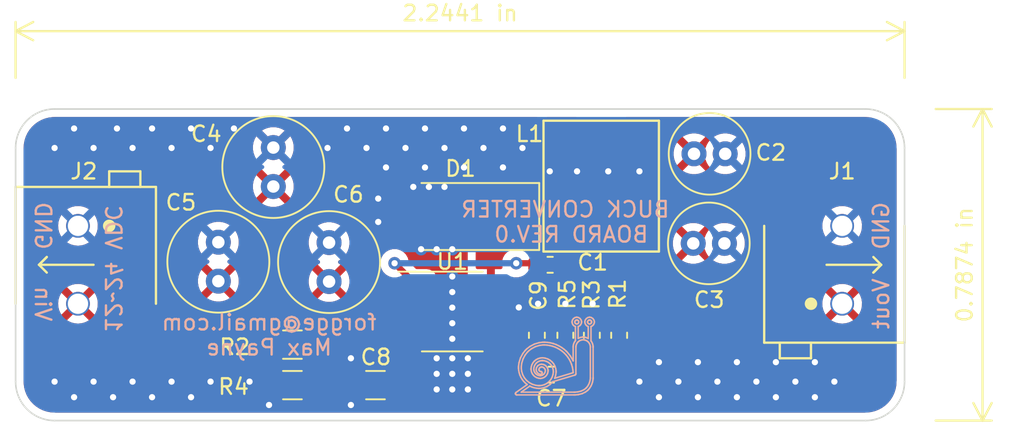
<source format=kicad_pcb>
(kicad_pcb (version 20190605) (host pcbnew "(5.1.0-1220-ga833aeeac)")
  (layers (0 "F.Cu" signal) (31 "B.Cu" signal) (34 "B.Paste" user) (35 "F.Paste" user) (36 "B.SilkS" user) (37 "F.SilkS" user) (38 "B.Mask" user) (39 "F.Mask" user) (44 "Edge.Cuts" user))
  (net 0 "")
  (net 1 "Net-(C1-Pad2)")
  (net 2 "GND")
  (net 3 "Net-(C7-Pad2)")
  (net 4 "Net-(C7-Pad1)")
  (net 5 "Net-(C8-Pad1)")
  (net 6 "Net-(R1-Pad2)")
  (net 7 "Net-(R2-Pad2)")
  (net 8 "/VIN")
  (net 9 "/PH")
  (net 10 "/VOUT")
  (module "Package_SO:SOIC-8_3.9x4.9mm_P1.27mm" (layer "F.Cu") (at 168 123)
    (fp_text reference "U1" (at 0 -3.2) (layer "F.SilkS"))
    (fp_text value "TPS54331")
    (pad "8" smd roundrect (at 2.475 -1.905) (size 1.95 0.6) (layers "F.Cu" "F.Paste" "F.Mask") (net 9 "/PH"))
    (pad "7" smd roundrect (at 2.475 -0.635) (size 1.95 0.6) (layers "F.Cu" "F.Paste" "F.Mask") (net 2 "GND"))
    (pad "6" smd roundrect (at 2.475 0.635) (size 1.95 0.6) (layers "F.Cu" "F.Paste" "F.Mask") (net 4 "Net-(C7-Pad1)"))
    (pad "5" smd roundrect (at 2.475 1.905) (size 1.95 0.6) (layers "F.Cu" "F.Paste" "F.Mask") (net 6 "Net-(R1-Pad2)"))
    (pad "4" smd roundrect (at -2.475 1.905) (size 1.95 0.6) (layers "F.Cu" "F.Paste" "F.Mask") (net 5 "Net-(C8-Pad1)"))
    (pad "3" smd roundrect (at -2.475 0.635) (size 1.95 0.6) (layers "F.Cu" "F.Paste" "F.Mask") (net 7 "Net-(R2-Pad2)"))
    (pad "2" smd roundrect (at -2.475 -0.635) (size 1.95 0.6) (layers "F.Cu" "F.Paste" "F.Mask") (net 8 "/VIN"))
    (pad "1" smd roundrect (at -2.475 -1.905) (size 1.95 0.6) (layers "F.Cu" "F.Paste" "F.Mask") (net 1 "Net-(C1-Pad2)"))
  )
  (module "Resistor_SMD:R_0603_1608Metric_Pad1.05x0.95mm_HandSolder" (layer "F.Cu") (at 175.25 124.525 90)
    (fp_text reference "R5" (at 2.625 0.125 90) (layer "F.SilkS"))
    (fp_text value "13K3")
    (pad "2" smd roundrect (at 0.875 0 90) (size 1.05 0.95) (layers "F.Cu" "F.Paste" "F.Mask") (net 2 "GND"))
    (pad "1" smd roundrect (at -0.875 0 90) (size 1.05 0.95) (layers "F.Cu" "F.Paste" "F.Mask") (net 3 "Net-(C7-Pad2)"))
  )
  (module "Resistor_SMD:R_1206_3216Metric_Pad1.42x1.75mm_HandSolder" (layer "F.Cu") (at 157.75 127.725 180)
    (fp_text reference "R4" (at 3.775 -0.1) (layer "F.SilkS"))
    (fp_text value "47K")
    (pad "2" smd roundrect (at 1.4875 0 180) (size 1.425 1.75) (layers "F.Cu" "F.Paste" "F.Mask") (roundrect_rratio 0.175439) (net 2 "GND"))
    (pad "1" smd roundrect (at -1.4875 0 180) (size 1.425 1.75) (layers "F.Cu" "F.Paste" "F.Mask") (roundrect_rratio 0.175439) (net 7 "Net-(R2-Pad2)"))
  )
  (module "Resistor_SMD:R_0603_1608Metric_Pad1.05x0.95mm_HandSolder" (layer "F.Cu") (at 176.95 124.525 90)
    (fp_text reference "R3" (at 2.6 -0.025 90) (layer "F.SilkS"))
    (fp_text value "2K2")
    (pad "2" smd roundrect (at 0.875 0 90) (size 1.05 0.95) (layers "F.Cu" "F.Paste" "F.Mask") (net 2 "GND"))
    (pad "1" smd roundrect (at -0.875 0 90) (size 1.05 0.95) (layers "F.Cu" "F.Paste" "F.Mask") (net 6 "Net-(R1-Pad2)"))
  )
  (module "Resistor_SMD:R_1206_3216Metric_Pad1.42x1.75mm_HandSolder" (layer "F.Cu") (at 157.75 125.125)
    (fp_text reference "R2" (at -3.7 0.15) (layer "F.SilkS"))
    (fp_text value "220K")
    (pad "2" smd roundrect (at 1.4875 0) (size 1.425 1.75) (layers "F.Cu" "F.Paste" "F.Mask") (roundrect_rratio 0.175439) (net 7 "Net-(R2-Pad2)"))
    (pad "1" smd roundrect (at -1.4875 0) (size 1.425 1.75) (layers "F.Cu" "F.Paste" "F.Mask") (roundrect_rratio 0.175439) (net 8 "/VIN"))
  )
  (module "Resistor_SMD:R_0603_1608Metric_Pad1.05x0.95mm_HandSolder" (layer "F.Cu") (at 178.7 124.525 270)
    (fp_text reference "R1" (at -2.65 0.1 90) (layer "F.SilkS"))
    (fp_text value "10K")
    (pad "2" smd roundrect (at 0.875 0 270) (size 1.05 0.95) (layers "F.Cu" "F.Paste" "F.Mask") (net 6 "Net-(R1-Pad2)"))
    (pad "1" smd roundrect (at -0.875 0 270) (size 1.05 0.95) (layers "F.Cu" "F.Paste" "F.Mask") (net 10 "/VOUT"))
  )
  (module "Project:CDRH74" (layer "F.Cu") (at 177.55 114.95 180)
    (fp_text reference "L1" (at 4.6 3.35) (layer "F.SilkS"))
    (fp_text value "22u")
    (pad "1" smd rect (at 0 -3.2 180) (size 2.2 1.6) (layers "F.Cu" "F.Paste" "F.Mask") (net 9 "/PH"))
    (pad "2" smd rect (at 0 3.2 180) (size 2.2 1.6) (layers "F.Cu" "F.Paste" "F.Mask") (net 10 "/VOUT"))
  )
  (module "Project:DG300-5.0-02P-12" (layer "F.Cu") (at 144 120 270)
    (fp_text reference "J2" (at -6 -0.375 180) (layer "F.SilkS"))
    (fp_text value "VDC_IN")
    (pad "2" thru_hole circle (at 2.5 0 270) (size 1.524 1.524) (drill 1.3) (layers *.Cu *.Mask) (net 8 "/VIN"))
    (pad "1" thru_hole circle (at -2.5 0 270) (size 1.524 1.524) (drill 1.3) (layers *.Cu *.Mask) (net 2 "GND"))
  )
  (module "Project:DG300-5.0-02P-12" (layer "F.Cu") (at 193 120 90)
    (fp_text reference "J1" (at 6 0 180) (layer "F.SilkS"))
    (fp_text value "VDC_OUT")
    (pad "2" thru_hole circle (at 2.5 0 90) (size 1.524 1.524) (drill 1.3) (layers *.Cu *.Mask) (net 2 "GND"))
    (pad "1" thru_hole circle (at -2.5 0 90) (size 1.524 1.524) (drill 1.3) (layers *.Cu *.Mask) (net 10 "/VOUT"))
  )
  (module "Diode_SMD:D_SMA-SMB_Universal_Handsoldering" (layer "F.Cu") (at 168.725 116.9 180)
    (fp_text reference "D1" (at 0.2 3.075) (layer "F.SilkS"))
    (fp_text value "700mV ")
    (pad "2" smd trapezoid (at 2.9 0) (size 3.6 1.7) (rect_delta 0.6 0) (layers "F.Cu" "F.Paste" "F.Mask") (net 2 "GND"))
    (pad "1" smd trapezoid (at -2.9 0 180) (size 3.6 1.7) (rect_delta 0.6 0) (layers "F.Cu" "F.Paste" "F.Mask") (net 9 "/PH"))
  )
  (module "Capacitor_SMD:C_0603_1608Metric_Pad1.05x0.95mm_HandSolder" (layer "F.Cu") (at 173.425 124.525 90)
    (fp_text reference "C9" (at 2.55 0.1 90) (layer "F.SilkS"))
    (fp_text value "10p")
    (pad "2" smd roundrect (at 0.875 0 90) (size 1.05 0.95) (layers "F.Cu" "F.Paste" "F.Mask") (net 2 "GND"))
    (pad "1" smd roundrect (at -0.875 0 90) (size 1.05 0.95) (layers "F.Cu" "F.Paste" "F.Mask") (net 4 "Net-(C7-Pad1)"))
  )
  (module "Capacitor_SMD:C_1206_3216Metric_Pad1.42x1.75mm_HandSolder" (layer "F.Cu") (at 163.075 127.725 180)
    (fp_text reference "C8" (at -0.025 1.8) (layer "F.SilkS"))
    (fp_text value "10n")
    (pad "2" smd roundrect (at 1.4875 0 180) (size 1.425 1.75) (layers "F.Cu" "F.Paste" "F.Mask") (roundrect_rratio 0.175439) (net 2 "GND"))
    (pad "1" smd roundrect (at -1.4875 0 180) (size 1.425 1.75) (layers "F.Cu" "F.Paste" "F.Mask") (roundrect_rratio 0.175439) (net 5 "Net-(C8-Pad1)"))
  )
  (module "Capacitor_SMD:C_0603_1608Metric_Pad1.05x0.95mm_HandSolder" (layer "F.Cu") (at 174.35 127.05)
    (fp_text reference "C7" (at 0 1.525) (layer "F.SilkS"))
    (fp_text value "2n2")
    (pad "2" smd roundrect (at 0.875 0) (size 1.05 0.95) (layers "F.Cu" "F.Paste" "F.Mask") (net 3 "Net-(C7-Pad2)"))
    (pad "1" smd roundrect (at -0.875 0) (size 1.05 0.95) (layers "F.Cu" "F.Paste" "F.Mask") (net 4 "Net-(C7-Pad1)"))
  )
  (module "Capacitor_THT:C_Radial_D6.3mm_H11.0mm_P2.50mm" (layer "F.Cu") (at 160.1 121.075 90)
    (fp_text reference "C6" (at 5.585 1.24 180) (layer "F.SilkS"))
    (fp_text value "10n")
    (pad "2" thru_hole circle (at 2.5 0 90) (size 1.6 1.6) (drill 0.8) (layers *.Cu *.Mask) (net 2 "GND"))
    (pad "1" thru_hole circle (at 0 0 90) (size 1.6 1.6) (drill 0.8) (layers *.Cu *.Mask) (net 8 "/VIN"))
  )
  (module "Capacitor_THT:C_Radial_D6.3mm_H11.0mm_P2.50mm" (layer "F.Cu") (at 153 121.05 90)
    (fp_text reference "C5" (at 5.05 -2.4 180) (layer "F.SilkS"))
    (fp_text value "10u")
    (pad "2" thru_hole circle (at 2.5 0 90) (size 1.6 1.6) (drill 0.8) (layers *.Cu *.Mask) (net 2 "GND"))
    (pad "1" thru_hole circle (at 0 0 90) (size 1.6 1.6) (drill 0.8) (layers *.Cu *.Mask) (net 8 "/VIN"))
  )
  (module "Capacitor_THT:C_Radial_D6.3mm_H11.0mm_P2.50mm" (layer "F.Cu") (at 156.525 114.975 90)
    (fp_text reference "C4" (at 3.375 -4.3 180) (layer "F.SilkS"))
    (fp_text value "10u")
    (pad "2" thru_hole circle (at 2.5 0 90) (size 1.6 1.6) (drill 0.8) (layers *.Cu *.Mask) (net 2 "GND"))
    (pad "1" thru_hole circle (at 0 0 90) (size 1.6 1.6) (drill 0.8) (layers *.Cu *.Mask) (net 8 "/VIN"))
  )
  (module "Capacitor_THT:C_Radial_D5.0mm_H11.0mm_P2.00mm" (layer "F.Cu") (at 183.45 118.625)
    (fp_text reference "C3" (at 1.025 3.625) (layer "F.SilkS"))
    (fp_text value "47u")
    (pad "2" thru_hole circle (at 2 0) (size 1.6 1.6) (drill 0.8) (layers *.Cu *.Mask) (net 2 "GND"))
    (pad "1" thru_hole circle (at 0 0) (size 1.6 1.6) (drill 0.8) (layers *.Cu *.Mask) (net 10 "/VOUT"))
  )
  (module "Capacitor_THT:C_Radial_D5.0mm_H11.0mm_P2.00mm" (layer "F.Cu") (at 183.5 112.875)
    (fp_text reference "C2" (at 4.925 -0.075) (layer "F.SilkS"))
    (fp_text value "47u")
    (pad "2" thru_hole circle (at 2 0) (size 1.6 1.6) (drill 0.8) (layers *.Cu *.Mask) (net 2 "GND"))
    (pad "1" thru_hole circle (at 0 0) (size 1.6 1.6) (drill 0.8) (layers *.Cu *.Mask) (net 10 "/VOUT"))
  )
  (module "Capacitor_SMD:C_0603_1608Metric_Pad1.05x0.95mm_HandSolder" (layer "F.Cu") (at 174.275 120 180)
    (fp_text reference "C1" (at -2.725 0.15) (layer "F.SilkS"))
    (fp_text value "100n")
    (pad "2" smd roundrect (at 0.875 0 180) (size 1.05 0.95) (layers "F.Cu" "F.Paste" "F.Mask") (net 1 "Net-(C1-Pad2)"))
    (pad "1" smd roundrect (at -0.875 0 180) (size 1.05 0.95) (layers "F.Cu" "F.Paste" "F.Mask") (net 9 "/PH"))
  )
  (gr_line (start 174.65539 126.80962) (end 174.63743 126.6765) (layer "B.SilkS") (width 0.1))
  (gr_line (start 173.6168 127.29151) (end 173.64682 127.29151) (layer "B.SilkS") (width 0.1))
  (gr_line (start 176.00614 125.01981) (end 176.06267 124.95135) (layer "B.SilkS") (width 0.1))
  (gr_line (start 175.96343 125.09837) (end 176.00614 125.01981) (layer "B.SilkS") (width 0.1))
  (gr_line (start 176.80535 123.79807) (end 176.79292 123.79807) (layer "B.SilkS") (width 0.1))
  (gr_line (start 177.02865 127.28684) (end 177.02925 127.26639) (layer "B.SilkS") (width 0.1))
  (gr_line (start 173.050675 126.65978) (end 173.050675 126.69537) (layer "B.SilkS") (width 0.1))
  (gr_line (start 175.0498 125.55117) (end 175.18126 125.66603) (layer "B.SilkS") (width 0.1))
  (gr_line (start 175.97201 123.79807) (end 175.93485 123.78804) (layer "B.SilkS") (width 0.1))
  (gr_line (start 173.22542 127.1167) (end 173.3137 127.18951) (layer "B.SilkS") (width 0.1))
  (gr_line (start 176.79292 123.54308) (end 176.80535 123.54308) (layer "B.SilkS") (width 0.1))
  (gr_line (start 174.14144 126.77604) (end 174.13297 126.71365) (layer "B.SilkS") (width 0.1))
  (gr_line (start 175.89589 124.87208) (end 175.87886 124.89275) (layer "B.SilkS") (width 0.1))
  (gr_line (start 173.06277 126.81533) (end 173.097549 126.92719) (layer "B.SilkS") (width 0.1))
  (gr_line (start 173.56462 126.19071) (end 173.66635 126.15989) (layer "B.SilkS") (width 0.1))
  (gr_line (start 173.47092 126.24078) (end 173.56462 126.19071) (layer "B.SilkS") (width 0.1))
  (gr_line (start 175.75998 125.16532) (end 175.75 125.25) (layer "B.SilkS") (width 0.1))
  (gr_line (start 175.98443 123.79807) (end 175.97201 123.79807) (layer "B.SilkS") (width 0.1))
  (gr_line (start 176.85487 123.55307) (end 176.89546 123.58046) (layer "B.SilkS") (width 0.1))
  (gr_line (start 176.95073 124.97185) (end 176.90972 124.90582) (layer "B.SilkS") (width 0.1))
  (gr_line (start 172.247614 126.60612) (end 172.247614 126.64719) (layer "B.SilkS") (width 0.1))
  (gr_line (start 172.424697 126.60612) (end 172.424697 126.53429) (layer "B.SilkS") (width 0.1))
  (gr_line (start 175.70378 123.55208) (end 175.67985 123.64096) (layer "B.SilkS") (width 0.1))
  (gr_line (start 176.89389 123.96197) (end 176.91655 123.95503) (layer "B.SilkS") (width 0.1))
  (gr_line (start 172.452693 126.31896) (end 172.535104 126.04687) (layer "B.SilkS") (width 0.1))
  (gr_line (start 175.80848 128.352654) (end 175.87717 128.352654) (layer "B.SilkS") (width 0.1))
  (gr_line (start 172.247614 126.52561) (end 172.247614 126.60612) (layer "B.SilkS") (width 0.1))
  (gr_line (start 176.77572 123.366) (end 176.6869 123.38993) (layer "B.SilkS") (width 0.1))
  (gr_line (start 173.73812 125.97233) (end 173.63151 125.98617) (layer "B.SilkS") (width 0.1))
  (gr_line (start 172.977161 125.24274) (end 172.784182 125.39128) (layer "B.SilkS") (width 0.1))
  (gr_line (start 175.58441 126.23232) (end 175.65012 126.396281) (layer "B.SilkS") (width 0.1))
  (gr_line (start 176.32672 128.270623) (end 176.53765 128.168517) (layer "B.SilkS") (width 0.1))
  (gr_line (start 176.58822 127.902893) (end 176.55464 127.936584) (layer "B.SilkS") (width 0.1))
  (gr_line (start 172.424697 126.60612) (end 172.424697 126.60612) (layer "B.SilkS") (width 0.1))
  (gr_line (start 177.02925 127.26639) (end 177.02919 127.26211) (layer "B.SilkS") (width 0.1))
  (gr_line (start 173.99637 127.14644) (end 174.0568 127.07319) (layer "B.SilkS") (width 0.1))
  (gr_line (start 176.95297 127.649258) (end 176.99035 127.531365) (layer "B.SilkS") (width 0.1))
  (gr_line (start 175.86692 123.62099) (end 175.89432 123.58046) (layer "B.SilkS") (width 0.1))
  (gr_line (start 174.56625 127.28359) (end 174.58057 127.25066) (layer "B.SilkS") (width 0.1))
  (gr_line (start 173.74686 126.14942) (end 173.77371 126.14942) (layer "B.SilkS") (width 0.1))
  (gr_line (start 173.66635 126.15989) (end 173.74686 126.14942) (layer "B.SilkS") (width 0.1))
  (gr_line (start 172.424697 126.53429) (end 172.452693 126.31896) (layer "B.SilkS") (width 0.1))
  (gr_line (start 176.99328 125.06707) (end 176.95073 124.97185) (layer "B.SilkS") (width 0.1))
  (gr_line (start 175.98443 123.366) (end 175.9548 123.366) (layer "B.SilkS") (width 0.1))
  (gr_line (start 174.65539 126.90962) (end 174.65539 126.85401) (layer "B.SilkS") (width 0.1))
  (gr_line (start 173.097549 126.92719) (end 173.15262 127.02844) (layer "B.SilkS") (width 0.1))
  (gr_line (start 173.7488 126.383471) (end 173.72803 126.383471) (layer "B.SilkS") (width 0.1))
  (gr_line (start 176.93283 123.68294) (end 176.9228 123.72011) (layer "B.SilkS") (width 0.1))
  (gr_line (start 174.14144 126.82174) (end 174.14144 126.79687) (layer "B.SilkS") (width 0.1))
  (gr_line (start 173.46517 126.50196) (end 173.40593 126.59847) (layer "B.SilkS") (width 0.1))
  (gr_line (start 173.48166 126.48553) (end 173.46517 126.50196) (layer "B.SilkS") (width 0.1))
  (gr_line (start 176.223149 124.66071) (end 176.0963 124.70949) (layer "B.SilkS") (width 0.1))
  (gr_line (start 174.28429 125.00739) (end 174.08669 124.9783) (layer "B.SilkS") (width 0.1))
  (gr_line (start 175.83464 124.96046) (end 175.78873 125.05882) (layer "B.SilkS") (width 0.1))
  (gr_line (start 175.89432 123.76069) (end 175.86692 123.72011) (layer "B.SilkS") (width 0.1))
  (gr_line (start 174.0625 127.817715) (end 174.26665 127.683166) (layer "B.SilkS") (width 0.1))
  (gr_line (start 173.82971 127.903706) (end 174.0625 127.817715) (layer "B.SilkS") (width 0.1))
  (gr_line (start 176.6779 123.67058) (end 176.6779 123.65815) (layer "B.SilkS") (width 0.1))
  (gr_line (start 176.48269 124.82515) (end 176.56944 124.85211) (layer "B.SilkS") (width 0.1))
  (gr_line (start 176.41287 124.81576) (end 176.48269 124.82515) (layer "B.SilkS") (width 0.1))
  (gr_line (start 175.93485 123.78804) (end 175.89432 123.76069) (layer "B.SilkS") (width 0.1))
  (gr_line (start 172.057401 128.235901) (end 172.05279 128.263027) (layer "B.SilkS") (width 0.1))
  (gr_line (start 174.42785 125.22537) (end 174.59597 125.28505) (layer "B.SilkS") (width 0.1))
  (gr_line (start 176.11193 123.65815) (end 176.11193 123.67058) (layer "B.SilkS") (width 0.1))
  (gr_line (start 172.480308 127.35629) (end 172.575468 127.478848) (layer "B.SilkS") (width 0.1))
  (gr_line (start 175.9548 123.366) (end 175.86594 123.38993) (layer "B.SilkS") (width 0.1))
  (gr_line (start 176.43268 124.63868) (end 176.3896 124.63868) (layer "B.SilkS") (width 0.1))
  (gr_line (start 175.87717 128.352654) (end 176.083389 128.332092) (layer "B.SilkS") (width 0.1))
  (gr_line (start 173.49811 126.46903) (end 173.48166 126.48553) (layer "B.SilkS") (width 0.1))
  (gr_line (start 172.7621 127.41944) (end 172.621475 127.24908) (layer "B.SilkS") (width 0.1))
  (gr_line (start 172.932455 127.560065) (end 172.7621 127.41944) (layer "B.SilkS") (width 0.1))
  (gr_line (start 173.37278 126.09337) (end 173.2876 126.15897) (layer "B.SilkS") (width 0.1))
  (gr_line (start 173.68462 126.85129) (end 173.67605 126.85129) (layer "B.SilkS") (width 0.1))
  (gr_line (start 173.7105 126.85824) (end 173.68462 126.85129) (layer "B.SilkS") (width 0.1))
  (gr_line (start 176.9803 123.91965) (end 177.04872 123.85347) (layer "B.SilkS") (width 0.1))
  (gr_line (start 176.3896 124.63868) (end 176.34798 124.63868) (layer "B.SilkS") (width 0.1))
  (gr_line (start 176.63037 123.91965) (end 176.69407 123.95503) (layer "B.SilkS") (width 0.1))
  (gr_line (start 176.07297 124.72287) (end 176.07297 123.96197) (layer "B.SilkS") (width 0.1))
  (gr_line (start 176.83491 123.366) (end 176.80535 123.366) (layer "B.SilkS") (width 0.1))
  (gr_line (start 174.63228 127.07661) (end 174.65539 126.90962) (layer "B.SilkS") (width 0.1))
  (gr_line (start 176.6779 123.65815) (end 176.68789 123.62099) (layer "B.SilkS") (width 0.1))
  (gr_line (start 173.72803 126.383471) (end 173.69466 126.383471) (layer "B.SilkS") (width 0.1))
  (gr_line (start 175.89432 123.58046) (end 175.93485 123.55307) (layer "B.SilkS") (width 0.1))
  (gr_line (start 176.27279 123.76861) (end 176.28901 123.69504) (layer "B.SilkS") (width 0.1))
  (gr_line (start 172.669218 125.79624) (end 172.801705 125.62414) (layer "B.SilkS") (width 0.1))
  (gr_line (start 175.86594 123.38993) (end 175.76915 123.4553) (layer "B.SilkS") (width 0.1))
  (gr_line (start 173.61497 126.60265) (end 173.66239 126.57351) (layer "B.SilkS") (width 0.1))
  (gr_line (start 173.60689 126.61074) (end 173.61497 126.60265) (layer "B.SilkS") (width 0.1))
  (gr_line (start 174.13135 126.89643) (end 174.14144 126.82174) (layer "B.SilkS") (width 0.1))
  (gr_line (start 176.0473 128.158317) (end 175.86817 128.175516) (layer "B.SilkS") (width 0.1))
  (gr_line (start 176.25733 128.107048) (end 176.0473 128.158317) (layer "B.SilkS") (width 0.1))
  (gr_line (start 174.39682 126.23086) (end 174.26628 126.12311) (layer "B.SilkS") (width 0.1))
  (gr_line (start 173.36865 126.32824) (end 173.38764 126.309301) (layer "B.SilkS") (width 0.1))
  (gr_line (start 173.31912 126.39258) (end 173.36865 126.32824) (layer "B.SilkS") (width 0.1))
  (gr_line (start 175.98443 123.54308) (end 175.9968 123.54308) (layer "B.SilkS") (width 0.1))
  (gr_line (start 172.804743 127.686855) (end 172.090224 128.191793) (layer "B.SilkS") (width 0.1))
  (gr_line (start 175.18126 125.66603) (end 175.30133 125.79237) (layer "B.SilkS") (width 0.1))
  (gr_line (start 172.05279 128.263027) (end 172.054851 128.284295) (layer "B.SilkS") (width 0.1))
  (gr_line (start 173.40658 126.29032) (end 173.47092 126.24078) (layer "B.SilkS") (width 0.1))
  (gr_line (start 173.38764 126.309301) (end 173.40658 126.29032) (layer "B.SilkS") (width 0.1))
  (gr_line (start 174.11654 126.04172) (end 173.95118 125.99024) (layer "B.SilkS") (width 0.1))
  (gr_line (start 173.74637 127.28142) (end 173.83914 127.25256) (layer "B.SilkS") (width 0.1))
  (gr_line (start 172.95649 127.796447) (end 172.957521 127.795688) (layer "B.SilkS") (width 0.1))
  (gr_line (start 172.420032 128.175516) (end 172.95649 127.796447) (layer "B.SilkS") (width 0.1))
  (gr_line (start 175.97201 123.54308) (end 175.98443 123.54308) (layer "B.SilkS") (width 0.1))
  (gr_line (start 173.7116 126.56055) (end 173.72803 126.56055) (layer "B.SilkS") (width 0.1))
  (gr_line (start 173.66239 126.57351) (end 173.7116 126.56055) (layer "B.SilkS") (width 0.1))
  (gr_line (start 172.535104 126.04687) (end 172.669218 125.79624) (layer "B.SilkS") (width 0.1))
  (gr_line (start 174.65539 126.85401) (end 174.65539 126.80962) (layer "B.SilkS") (width 0.1))
  (gr_line (start 176.34798 124.63868) (end 176.223149 124.66071) (layer "B.SilkS") (width 0.1))
  (gr_line (start 176.67562 128.066304) (end 176.71544 128.026102) (layer "B.SilkS") (width 0.1))
  (gr_line (start 176.79292 123.79807) (end 176.75575 123.78804) (layer "B.SilkS") (width 0.1))
  (gr_line (start 175.85693 123.68294) (end 175.85693 123.67058) (layer "B.SilkS") (width 0.1))
  (gr_line (start 172.521811 125.69808) (end 172.371421 125.97912) (layer "B.SilkS") (width 0.1))
  (gr_line (start 172.371421 125.97912) (end 172.279028 126.28414) (layer "B.SilkS") (width 0.1))
  (gr_line (start 176.81771 123.79807) (end 176.80535 123.79807) (layer "B.SilkS") (width 0.1))
  (gr_line (start 173.55669 126.7435) (end 173.55669 126.73189) (layer "B.SilkS") (width 0.1))
  (gr_line (start 173.56608 126.77833) (end 173.55669 126.7435) (layer "B.SilkS") (width 0.1))
  (gr_line (start 172.059029 128.297478) (end 172.069608 128.316033) (layer "B.SilkS") (width 0.1))
  (gr_line (start 172.903214 125.52262) (end 173.07536 125.39014) (layer "B.SilkS") (width 0.1))
  (gr_line (start 176.1594 123.91965) (end 176.227819 123.85347) (layer "B.SilkS") (width 0.1))
  (gr_line (start 177.02447 127.34403) (end 177.02865 127.28684) (layer "B.SilkS") (width 0.1))
  (gr_line (start 173.77371 125.97233) (end 173.73812 125.97233) (layer "B.SilkS") (width 0.1))
  (gr_line (start 176.07454 123.76069) (end 176.03397 123.78804) (layer "B.SilkS") (width 0.1))
  (gr_line (start 176.09565 123.95503) (end 176.1594 123.91965) (layer "B.SilkS") (width 0.1))
  (gr_line (start 176.6869 123.38993) (end 176.59007 123.4553) (layer "B.SilkS") (width 0.1))
  (gr_line (start 173.37961 126.76069) (end 173.40294 126.84718) (layer "B.SilkS") (width 0.1))
  (gr_line (start 173.37961 126.73189) (end 173.37961 126.76069) (layer "B.SilkS") (width 0.1))
  (gr_line (start 173.96436 126.77387) (end 173.96436 126.79687) (layer "B.SilkS") (width 0.1))
  (gr_line (start 173.94575 126.70497) (end 173.96436 126.77387) (layer "B.SilkS") (width 0.1))
  (gr_line (start 176.93283 123.67058) (end 176.93283 123.68294) (layer "B.SilkS") (width 0.1))
  (gr_line (start 173.050675 126.72532) (end 173.06277 126.81533) (layer "B.SilkS") (width 0.1))
  (gr_line (start 175.69603 123.76861) (end 175.741 123.85342) (layer "B.SilkS") (width 0.1))
  (gr_line (start 173.26904 126.48628) (end 173.31912 126.39258) (layer "B.SilkS") (width 0.1))
  (gr_line (start 173.23823 126.588) (end 173.26904 126.48628) (layer "B.SilkS") (width 0.1))
  (gr_line (start 175.75 125.27828) (end 175.75 126.16911) (layer "B.SilkS") (width 0.1))
  (gr_line (start 174.108889 126.63607) (end 174.07069 126.56587) (layer "B.SilkS") (width 0.1))
  (gr_line (start 175.92708 127.00044) (end 175.92708 126.99344) (layer "B.SilkS") (width 0.1))
  (gr_line (start 175.92247 127.02155) (end 175.92708 127.00044) (layer "B.SilkS") (width 0.1))
  (gr_line (start 173.81804 125.97233) (end 173.77371 125.97233) (layer "B.SilkS") (width 0.1))
  (gr_line (start 173.32601 125.25603) (end 173.5981 125.17361) (layer "B.SilkS") (width 0.1))
  (gr_line (start 173.46653 126.94142) (end 173.56076 127.005) (layer "B.SilkS") (width 0.1))
  (gr_line (start 173.40294 126.84718) (end 173.46653 126.94142) (layer "B.SilkS") (width 0.1))
  (gr_line (start 175.86692 123.72011) (end 175.85693 123.68294) (layer "B.SilkS") (width 0.1))
  (gr_line (start 176.68789 123.72011) (end 176.6779 123.68294) (layer "B.SilkS") (width 0.1))
  (gr_line (start 176.84272 125.18512) (end 176.85216 125.25494) (layer "B.SilkS") (width 0.1))
  (gr_line (start 176.81571 125.09837) (end 176.84272 125.18512) (layer "B.SilkS") (width 0.1))
  (gr_line (start 173.49686 126.02697) (end 173.37278 126.09337) (layer "B.SilkS") (width 0.1))
  (gr_line (start 173.93555 124.96854) (end 173.88521 124.96854) (layer "B.SilkS") (width 0.1))
  (gr_line (start 174.50455 126.36139) (end 174.39682 126.23086) (layer "B.SilkS") (width 0.1))
  (gr_line (start 176.07297 123.96197) (end 176.09565 123.95503) (layer "B.SilkS") (width 0.1))
  (gr_line (start 176.56196 123.85342) (end 176.63037 123.91965) (layer "B.SilkS") (width 0.1))
  (gr_line (start 173.63894 127.93398) (end 173.82971 127.903706) (layer "B.SilkS") (width 0.1))
  (gr_line (start 173.57541 127.93398) (end 173.63894 127.93398) (layer "B.SilkS") (width 0.1))
  (gr_line (start 176.53765 128.168517) (end 176.67562 128.066304) (layer "B.SilkS") (width 0.1))
  (gr_line (start 174.13297 126.71365) (end 174.108889 126.63607) (layer "B.SilkS") (width 0.1))
  (gr_line (start 176.50082 123.67058) (end 176.50082 123.69504) (layer "B.SilkS") (width 0.1))
  (gr_line (start 175.74723 126.88211) (end 175.74886 126.92796) (layer "B.SilkS") (width 0.1))
  (gr_line (start 176.84782 127.32721) (end 176.83789 127.3973) (layer "B.SilkS") (width 0.1))
  (gr_line (start 176.85157 127.2805) (end 176.84782 127.32721) (layer "B.SilkS") (width 0.1))
  (gr_line (start 175.80941 123.91965) (end 175.87315 123.95503) (layer "B.SilkS") (width 0.1))
  (gr_line (start 175.17443 125.426) (end 175.01314 125.30735) (layer "B.SilkS") (width 0.1))
  (gr_line (start 174.27165 126.356011) (end 174.35775 126.46029) (layer "B.SilkS") (width 0.1))
  (gr_line (start 174.16737 126.26992) (end 174.27165 126.356011) (layer "B.SilkS") (width 0.1))
  (gr_line (start 177.02919 127.26211) (end 177.02919 125.27828) (layer "B.SilkS") (width 0.1))
  (gr_line (start 174.90783 125.44885) (end 175.0498 125.55117) (layer "B.SilkS") (width 0.1))
  (gr_line (start 173.73861 126.87724) (end 173.7105 126.85824) (layer "B.SilkS") (width 0.1))
  (gr_line (start 173.7576 126.90533) (end 173.73861 126.87724) (layer "B.SilkS") (width 0.1))
  (gr_line (start 173.050675 126.69537) (end 173.050675 126.72532) (layer "B.SilkS") (width 0.1))
  (gr_line (start 175.67985 123.67058) (end 175.67985 123.69504) (layer "B.SilkS") (width 0.1))
  (gr_line (start 176.28901 123.64096) (end 176.26503 123.55208) (layer "B.SilkS") (width 0.1))
  (gr_line (start 173.2876 126.15897) (end 173.26248 126.18408) (layer "B.SilkS") (width 0.1))
  (gr_line (start 172.852486 125.57342) (end 172.903214 125.52262) (layer "B.SilkS") (width 0.1))
  (gr_line (start 174.58057 127.25066) (end 174.63228 127.07661) (layer "B.SilkS") (width 0.1))
  (gr_line (start 176.85216 125.27828) (end 176.85216 127.26281) (layer "B.SilkS") (width 0.1))
  (gr_line (start 176.85216 125.25494) (end 176.85216 125.27828) (layer "B.SilkS") (width 0.1))
  (gr_line (start 175.9968 123.54308) (end 176.03397 123.55307) (layer "B.SilkS") (width 0.1))
  (gr_line (start 172.141331 128.352654) (end 175.80848 128.352654) (layer "B.SilkS") (width 0.1))
  (gr_line (start 176.014 123.366) (end 175.98443 123.366) (layer "B.SilkS") (width 0.1))
  (gr_line (start 176.227819 123.85347) (end 176.27279 123.76861) (layer "B.SilkS") (width 0.1))
  (gr_line (start 173.25792 127.895569) (end 173.41379 127.924161) (layer "B.SilkS") (width 0.1))
  (gr_line (start 173.10894 127.849344) (end 173.25792 127.895569) (layer "B.SilkS") (width 0.1))
  (gr_line (start 173.96436 126.82775) (end 173.93935 126.92036) (layer "B.SilkS") (width 0.1))
  (gr_line (start 173.96436 126.79687) (end 173.96436 126.82775) (layer "B.SilkS") (width 0.1))
  (gr_line (start 172.070096 128.211487) (end 172.057401 128.235901) (layer "B.SilkS") (width 0.1))
  (gr_line (start 176.75575 123.55307) (end 176.79292 123.54308) (layer "B.SilkS") (width 0.1))
  (gr_line (start 176.81771 123.54308) (end 176.85487 123.55307) (layer "B.SilkS") (width 0.1))
  (gr_line (start 176.74365 127.997565) (end 176.81923 127.90273) (layer "B.SilkS") (width 0.1))
  (gr_line (start 176.07454 123.58046) (end 176.10189 123.62099) (layer "B.SilkS") (width 0.1))
  (gr_line (start 177.08594 123.55208) (end 177.02062 123.4553) (layer "B.SilkS") (width 0.1))
  (gr_line (start 176.7168 124.72896) (end 176.69282 124.71464) (layer "B.SilkS") (width 0.1))
  (gr_line (start 175.37033 125.6059) (end 175.32514 125.56126) (layer "B.SilkS") (width 0.1))
  (gr_line (start 176.03397 123.78804) (end 175.9968 123.79807) (layer "B.SilkS") (width 0.1))
  (gr_line (start 177.04872 123.85347) (end 177.09369 123.76861) (layer "B.SilkS") (width 0.1))
  (gr_line (start 176.91655 123.95503) (end 176.9803 123.91965) (layer "B.SilkS") (width 0.1))
  (gr_line (start 173.88526 125.14562) (end 173.9318 125.14562) (layer "B.SilkS") (width 0.1))
  (gr_line (start 176.11193 123.68294) (end 176.10189 123.72011) (layer "B.SilkS") (width 0.1))
  (gr_line (start 175.93647 125.18512) (end 175.96343 125.09837) (layer "B.SilkS") (width 0.1))
  (gr_line (start 175.92708 125.25494) (end 175.93647 125.18512) (layer "B.SilkS") (width 0.1))
  (gr_line (start 176.69407 123.95503) (end 176.7168 123.96197) (layer "B.SilkS") (width 0.1))
  (gr_line (start 173.59875 126.61882) (end 173.60689 126.61074) (layer "B.SilkS") (width 0.1))
  (gr_line (start 173.56961 126.66629) (end 173.59875 126.61882) (layer "B.SilkS") (width 0.1))
  (gr_line (start 172.399796 127.22293) (end 172.480308 127.35629) (layer "B.SilkS") (width 0.1))
  (gr_line (start 173.17171 126.29444) (end 173.10531 126.41851) (layer "B.SilkS") (width 0.1))
  (gr_line (start 172.279028 126.28414) (end 172.247614 126.52561) (layer "B.SilkS") (width 0.1))
  (gr_line (start 175.87315 123.95503) (end 175.89589 123.96197) (layer "B.SilkS") (width 0.1))
  (gr_line (start 173.3137 127.18951) (end 173.41493 127.24458) (layer "B.SilkS") (width 0.1))
  (gr_line (start 176.74029 127.691955) (end 176.67497 127.799702) (layer "B.SilkS") (width 0.1))
  (gr_line (start 176.78717 127.585238) (end 176.74029 127.691955) (layer "B.SilkS") (width 0.1))
  (gr_line (start 175.70004 126.5675) (end 175.73323 126.74496) (layer "B.SilkS") (width 0.1))
  (gr_line (start 173.92312 127.20687) (end 173.99637 127.14644) (layer "B.SilkS") (width 0.1))
  (gr_line (start 176.9228 123.62099) (end 176.93283 123.65815) (layer "B.SilkS") (width 0.1))
  (gr_line (start 174.75623 125.35982) (end 174.90783 125.44885) (layer "B.SilkS") (width 0.1))
  (gr_line (start 174.4228 126.57997) (end 174.46393 126.71214) (layer "B.SilkS") (width 0.1))
  (gr_line (start 174.35775 126.46029) (end 174.4228 126.57997) (layer "B.SilkS") (width 0.1))
  (gr_line (start 173.95118 125.99024) (end 173.81804 125.97233) (layer "B.SilkS") (width 0.1))
  (gr_line (start 176.80535 123.54308) (end 176.81771 123.54308) (layer "B.SilkS") (width 0.1))
  (gr_line (start 174.0568 127.07319) (end 174.10248 126.98921) (layer "B.SilkS") (width 0.1))
  (gr_line (start 173.64682 127.29151) (end 173.67166 127.29151) (layer "B.SilkS") (width 0.1))
  (gr_line (start 175.85693 123.65815) (end 175.86692 123.62099) (layer "B.SilkS") (width 0.1))
  (gr_line (start 172.257705 126.7704) (end 172.287219 126.92882) (layer "B.SilkS") (width 0.1))
  (gr_line (start 176.03397 123.55307) (end 176.07454 123.58046) (layer "B.SilkS") (width 0.1))
  (gr_line (start 176.648 124.89481) (end 176.71647 124.95135) (layer "B.SilkS") (width 0.1))
  (gr_line (start 176.56944 124.85211) (end 176.648 124.89481) (layer "B.SilkS") (width 0.1))
  (gr_line (start 173.83914 127.25256) (end 173.92312 127.20687) (layer "B.SilkS") (width 0.1))
  (gr_line (start 174.40723 127.20508) (end 174.3239 127.35846) (layer "B.SilkS") (width 0.1))
  (gr_line (start 174.45992 127.0357) (end 174.40723 127.20508) (layer "B.SilkS") (width 0.1))
  (gr_line (start 173.35059 126.99154) (end 173.29937 126.92947) (layer "B.SilkS") (width 0.1))
  (gr_line (start 173.41265 127.04276) (end 173.35059 126.99154) (layer "B.SilkS") (width 0.1))
  (gr_line (start 175.89589 123.96197) (end 175.89589 124.87208) (layer "B.SilkS") (width 0.1))
  (gr_line (start 173.67762 127.11443) (end 173.64682 127.11443) (layer "B.SilkS") (width 0.1))
  (gr_line (start 173.77023 127.08942) (end 173.67762 127.11443) (layer "B.SilkS") (width 0.1))
  (gr_line (start 176.68789 123.62099) (end 176.71522 123.58046) (layer "B.SilkS") (width 0.1))
  (gr_line (start 177.01997 125.16971) (end 176.99328 125.06707) (layer "B.SilkS") (width 0.1))
  (gr_line (start 174.63743 126.6765) (end 174.58594 126.51112) (layer "B.SilkS") (width 0.1))
  (gr_line (start 173.89503 126.62983) (end 173.94575 126.70497) (layer "B.SilkS") (width 0.1))
  (gr_line (start 173.81987 126.57911) (end 173.89503 126.62983) (layer "B.SilkS") (width 0.1))
  (gr_line (start 176.85216 127.2672) (end 176.85157 127.2805) (layer "B.SilkS") (width 0.1))
  (gr_line (start 176.85216 127.26281) (end 176.85216 127.2672) (layer "B.SilkS") (width 0.1))
  (gr_line (start 173.12793 127.666294) (end 172.932455 127.560065) (layer "B.SilkS") (width 0.1))
  (gr_line (start 173.34375 127.733459) (end 173.12793 127.666294) (layer "B.SilkS") (width 0.1))
  (gr_line (start 176.81869 127.485195) (end 176.78717 127.585238) (layer "B.SilkS") (width 0.1))
  (gr_line (start 176.83789 127.3973) (end 176.81869 127.485195) (layer "B.SilkS") (width 0.1))
  (gr_line (start 172.424697 126.66401) (end 172.424697 126.60612) (layer "B.SilkS") (width 0.1))
  (gr_line (start 172.44808 126.83774) (end 172.424697 126.66401) (layer "B.SilkS") (width 0.1))
  (gr_line (start 176.51698 123.76861) (end 176.56196 123.85342) (layer "B.SilkS") (width 0.1))
  (gr_line (start 175.87078 127.07623) (end 175.88965 127.06571) (layer "B.SilkS") (width 0.1))
  (gr_line (start 175.86404 127.07824) (end 175.87078 127.07623) (layer "B.SilkS") (width 0.1))
  (gr_line (start 174.43598 127.506951) (end 174.44591 127.504672) (layer "B.SilkS") (width 0.1))
  (gr_line (start 174.43501 127.507113) (end 174.43598 127.506951) (layer "B.SilkS") (width 0.1))
  (gr_line (start 175.01314 125.30735) (end 174.84235 125.20574) (layer "B.SilkS") (width 0.1))
  (gr_line (start 172.089031 128.33551) (end 172.113499 128.348151) (layer "B.SilkS") (width 0.1))
  (gr_line (start 174.66325 125.12153) (end 174.47683 125.05529) (layer "B.SilkS") (width 0.1))
  (gr_line (start 172.287219 126.92882) (end 172.335016 127.08003) (layer "B.SilkS") (width 0.1))
  (gr_line (start 176.43789 128.021816) (end 176.25733 128.107048) (layer "B.SilkS") (width 0.1))
  (gr_line (start 176.55464 127.936584) (end 176.43789 128.021816) (layer "B.SilkS") (width 0.1))
  (gr_line (start 175.65012 126.396281) (end 175.70004 126.5675) (layer "B.SilkS") (width 0.1))
  (gr_line (start 173.26069 126.85829) (end 173.23627 126.77968) (layer "B.SilkS") (width 0.1))
  (gr_line (start 173.29937 126.92947) (end 173.26069 126.85829) (layer "B.SilkS") (width 0.1))
  (gr_line (start 176.89546 123.76069) (end 176.85487 123.78804) (layer "B.SilkS") (width 0.1))
  (gr_line (start 176.89389 124.88553) (end 176.89389 123.96197) (layer "B.SilkS") (width 0.1))
  (gr_line (start 175.40912 125.92947) (end 175.5038 126.07644) (layer "B.SilkS") (width 0.1))
  (gr_line (start 173.59169 126.81625) (end 173.56608 126.77833) (layer "B.SilkS") (width 0.1))
  (gr_line (start 173.62961 126.84186) (end 173.59169 126.81625) (layer "B.SilkS") (width 0.1))
  (gr_line (start 175.85693 123.67058) (end 175.85693 123.65815) (layer "B.SilkS") (width 0.1))
  (gr_line (start 175.76915 123.4553) (end 175.70378 123.55208) (layer "B.SilkS") (width 0.1))
  (gr_line (start 173.64719 127.02838) (end 173.67605 127.02838) (layer "B.SilkS") (width 0.1))
  (gr_line (start 173.56076 127.005) (end 173.64719 127.02838) (layer "B.SilkS") (width 0.1))
  (gr_line (start 174.4783 126.89942) (end 174.45992 127.0357) (layer "B.SilkS") (width 0.1))
  (gr_line (start 174.4783 126.85401) (end 174.4783 126.89942) (layer "B.SilkS") (width 0.1))
  (gr_line (start 175.5038 126.07644) (end 175.58441 126.23232) (layer "B.SilkS") (width 0.1))
  (gr_line (start 173.06451 126.55318) (end 173.050675 126.65978) (layer "B.SilkS") (width 0.1))
  (gr_line (start 173.37961 126.69851) (end 173.37961 126.73189) (layer "B.SilkS") (width 0.1))
  (gr_line (start 173.40593 126.59847) (end 173.37961 126.69851) (layer "B.SilkS") (width 0.1))
  (gr_line (start 174.47683 125.05529) (end 174.28429 125.00739) (layer "B.SilkS") (width 0.1))
  (gr_line (start 176.75575 123.78804) (end 176.71522 123.76069) (layer "B.SilkS") (width 0.1))
  (gr_line (start 172.090224 128.191793) (end 172.084528 128.195752) (layer "B.SilkS") (width 0.1))
  (gr_line (start 176.083389 128.332092) (end 176.32672 128.270623) (layer "B.SilkS") (width 0.1))
  (gr_line (start 173.59462 126.40978) (end 173.49811 126.46903) (layer "B.SilkS") (width 0.1))
  (gr_line (start 174.44694 127.504401) (end 175.86404 127.07824) (layer "B.SilkS") (width 0.1))
  (gr_line (start 174.44591 127.504672) (end 174.44694 127.504401) (layer "B.SilkS") (width 0.1))
  (gr_line (start 172.670357 125.50511) (end 172.521811 125.69808) (layer "B.SilkS") (width 0.1))
  (gr_line (start 174.07157 125.15474) (end 174.25276 125.18165) (layer "B.SilkS") (width 0.1))
  (gr_line (start 174.39833 127.555237) (end 174.43501 127.507113) (layer "B.SilkS") (width 0.1))
  (gr_line (start 174.26665 127.683166) (end 174.39833 127.555237) (layer "B.SilkS") (width 0.1))
  (gr_line (start 176.80535 123.366) (end 176.77572 123.366) (layer "B.SilkS") (width 0.1))
  (gr_line (start 177.02925 125.2511) (end 177.01997 125.16971) (layer "B.SilkS") (width 0.1))
  (gr_line (start 176.10189 123.72011) (end 176.07454 123.76069) (layer "B.SilkS") (width 0.1))
  (gr_line (start 173.67166 127.29151) (end 173.74637 127.28142) (layer "B.SilkS") (width 0.1))
  (gr_line (start 173.62571 127.11443) (end 173.56244 127.10586) (layer "B.SilkS") (width 0.1))
  (gr_line (start 173.64682 127.11443) (end 173.62571 127.11443) (layer "B.SilkS") (width 0.1))
  (gr_line (start 176.71522 123.76069) (end 176.68789 123.72011) (layer "B.SilkS") (width 0.1))
  (gr_line (start 172.684029 127.589416) (end 172.773222 127.66434) (layer "B.SilkS") (width 0.1))
  (gr_line (start 173.26248 126.18408) (end 173.23731 126.20921) (layer "B.SilkS") (width 0.1))
  (gr_line (start 174.07069 126.56587) (end 174.02018 126.50467) (layer "B.SilkS") (width 0.1))
  (gr_line (start 173.22776 126.71643) (end 173.22776 126.69537) (layer "B.SilkS") (width 0.1))
  (gr_line (start 173.23627 126.77968) (end 173.22776 126.71643) (layer "B.SilkS") (width 0.1))
  (gr_line (start 176.6779 123.68294) (end 176.6779 123.67058) (layer "B.SilkS") (width 0.1))
  (gr_line (start 176.28901 123.67058) (end 176.28901 123.64096) (layer "B.SilkS") (width 0.1))
  (gr_line (start 173.07536 125.39014) (end 173.32601 125.25603) (layer "B.SilkS") (width 0.1))
  (gr_line (start 176.50082 123.64096) (end 176.50082 123.67058) (layer "B.SilkS") (width 0.1))
  (gr_line (start 175.93485 123.55307) (end 175.97201 123.54308) (layer "B.SilkS") (width 0.1))
  (gr_line (start 176.99035 127.531365) (end 177.01292 127.427633) (layer "B.SilkS") (width 0.1))
  (gr_line (start 176.71522 123.58046) (end 176.75575 123.55307) (layer "B.SilkS") (width 0.1))
  (gr_line (start 173.002172 127.804259) (end 173.10894 127.849344) (layer "B.SilkS") (width 0.1))
  (gr_line (start 172.967991 127.786627) (end 173.002172 127.804259) (layer "B.SilkS") (width 0.1))
  (gr_line (start 176.9228 123.72011) (end 176.89546 123.76069) (layer "B.SilkS") (width 0.1))
  (gr_line (start 173.23731 126.20921) (end 173.17171 126.29444) (layer "B.SilkS") (width 0.1))
  (gr_line (start 172.784182 125.39128) (end 172.727269 125.44819) (layer "B.SilkS") (width 0.1))
  (gr_line (start 175.92708 125.27828) (end 175.92708 125.25494) (layer "B.SilkS") (width 0.1))
  (gr_line (start 175.92708 126.99344) (end 175.92708 125.27828) (layer "B.SilkS") (width 0.1))
  (gr_line (start 174.58594 126.51112) (end 174.50455 126.36139) (layer "B.SilkS") (width 0.1))
  (gr_line (start 172.773222 127.66434) (end 172.804743 127.686855) (layer "B.SilkS") (width 0.1))
  (gr_line (start 173.51747 127.756897) (end 173.34375 127.733459) (layer "B.SilkS") (width 0.1))
  (gr_line (start 173.57541 127.756897) (end 173.51747 127.756897) (layer "B.SilkS") (width 0.1))
  (gr_line (start 173.55669 126.71544) (end 173.56961 126.66629) (layer "B.SilkS") (width 0.1))
  (gr_line (start 173.55669 126.73189) (end 173.55669 126.71544) (layer "B.SilkS") (width 0.1))
  (gr_line (start 175.75 126.16911) (end 175.72467 126.11324) (layer "B.SilkS") (width 0.1))
  (gr_line (start 176.90972 124.90582) (end 176.89389 124.88553) (layer "B.SilkS") (width 0.1))
  (gr_line (start 175.32514 125.56126) (end 175.28918 125.52572) (layer "B.SilkS") (width 0.1))
  (gr_line (start 176.92378 123.38993) (end 176.83491 123.366) (layer "B.SilkS") (width 0.1))
  (gr_line (start 175.28918 125.52572) (end 175.17443 125.426) (layer "B.SilkS") (width 0.1))
  (gr_line (start 173.10531 126.41851) (end 173.06451 126.55318) (layer "B.SilkS") (width 0.1))
  (gr_line (start 175.56739 125.84832) (end 175.37033 125.6059) (layer "B.SilkS") (width 0.1))
  (gr_line (start 177.02925 125.27828) (end 177.02925 125.27828) (layer "B.SilkS") (width 0.1))
  (gr_line (start 172.967069 127.787495) (end 172.967991 127.786627) (layer "B.SilkS") (width 0.1))
  (gr_line (start 172.957521 127.795688) (end 172.967069 127.787495) (layer "B.SilkS") (width 0.1))
  (gr_line (start 172.056967 128.290913) (end 172.059029 128.297478) (layer "B.SilkS") (width 0.1))
  (gr_line (start 172.247614 126.64719) (end 172.257705 126.7704) (layer "B.SilkS") (width 0.1))
  (gr_line (start 176.11193 123.67058) (end 176.11193 123.68294) (layer "B.SilkS") (width 0.1))
  (gr_line (start 172.575468 127.478848) (end 172.684029 127.589416) (layer "B.SilkS") (width 0.1))
  (gr_line (start 173.62082 127.756897) (end 173.57541 127.756897) (layer "B.SilkS") (width 0.1))
  (gr_line (start 173.75711 127.738505) (end 173.62082 127.756897) (layer "B.SilkS") (width 0.1))
  (gr_line (start 173.535 127.93398) (end 173.57541 127.93398) (layer "B.SilkS") (width 0.1))
  (gr_line (start 173.41379 127.924161) (end 173.535 127.93398) (layer "B.SilkS") (width 0.1))
  (gr_line (start 175.9968 123.79807) (end 175.98443 123.79807) (layer "B.SilkS") (width 0.1))
  (gr_line (start 176.773 125.01981) (end 176.81571 125.09837) (layer "B.SilkS") (width 0.1))
  (gr_line (start 176.71647 124.95135) (end 176.773 125.01981) (layer "B.SilkS") (width 0.1))
  (gr_line (start 174.21354 127.49214) (end 174.07986 127.602437) (layer "B.SilkS") (width 0.1))
  (gr_line (start 174.3239 127.35846) (end 174.21354 127.49214) (layer "B.SilkS") (width 0.1))
  (gr_line (start 174.10248 126.98921) (end 174.13135 126.89643) (layer "B.SilkS") (width 0.1))
  (gr_line (start 173.80469 124.96854) (end 173.56321 124.99996) (layer "B.SilkS") (width 0.1))
  (gr_line (start 176.85487 123.78804) (end 176.81771 123.79807) (layer "B.SilkS") (width 0.1))
  (gr_line (start 173.7646 126.93121) (end 173.7576 126.90533) (layer "B.SilkS") (width 0.1))
  (gr_line (start 173.7646 126.93983) (end 173.7646 126.93121) (layer "B.SilkS") (width 0.1))
  (gr_line (start 174.14144 126.79687) (end 174.14144 126.77604) (layer "B.SilkS") (width 0.1))
  (gr_line (start 173.41493 127.24458) (end 173.5268 127.27936) (layer "B.SilkS") (width 0.1))
  (gr_line (start 175.74886 126.92796) (end 174.56625 127.28359) (layer "B.SilkS") (width 0.1))
  (gr_line (start 173.25819 125.09235) (end 172.977161 125.24274) (layer "B.SilkS") (width 0.1))
  (gr_line (start 177.10992 123.67058) (end 177.10992 123.64096) (layer "B.SilkS") (width 0.1))
  (gr_line (start 177.10992 123.64096) (end 177.08594 123.55208) (layer "B.SilkS") (width 0.1))
  (gr_line (start 173.22776 126.66851) (end 173.23823 126.588) (layer "B.SilkS") (width 0.1))
  (gr_line (start 173.22776 126.69537) (end 173.22776 126.66851) (layer "B.SilkS") (width 0.1))
  (gr_line (start 175.67985 123.69504) (end 175.69603 123.76861) (layer "B.SilkS") (width 0.1))
  (gr_line (start 173.75098 126.56055) (end 173.81987 126.57911) (layer "B.SilkS") (width 0.1))
  (gr_line (start 173.72803 126.56055) (end 173.75098 126.56055) (layer "B.SilkS") (width 0.1))
  (gr_line (start 174.25276 125.18165) (end 174.42785 125.22537) (layer "B.SilkS") (width 0.1))
  (gr_line (start 174.4783 126.81853) (end 174.4783 126.85401) (layer "B.SilkS") (width 0.1))
  (gr_line (start 174.46393 126.71214) (end 174.4783 126.81853) (layer "B.SilkS") (width 0.1))
  (gr_line (start 176.59007 123.4553) (end 176.52473 123.55208) (layer "B.SilkS") (width 0.1))
  (gr_line (start 176.50082 123.69504) (end 176.51698 123.76861) (layer "B.SilkS") (width 0.1))
  (gr_line (start 175.67985 123.64096) (end 175.67985 123.67058) (layer "B.SilkS") (width 0.1))
  (gr_line (start 177.02919 125.27828) (end 177.02925 125.27828) (layer "B.SilkS") (width 0.1))
  (gr_line (start 173.66444 126.85129) (end 173.62961 126.84186) (layer "B.SilkS") (width 0.1))
  (gr_line (start 173.67605 126.85129) (end 173.66444 126.85129) (layer "B.SilkS") (width 0.1))
  (gr_line (start 173.68462 127.02838) (end 173.7105 127.02138) (layer "B.SilkS") (width 0.1))
  (gr_line (start 173.67605 127.02838) (end 173.68462 127.02838) (layer "B.SilkS") (width 0.1))
  (gr_line (start 172.054851 128.284295) (end 172.056967 128.290913) (layer "B.SilkS") (width 0.1))
  (gr_line (start 175.73323 126.74496) (end 175.74723 126.88211) (layer "B.SilkS") (width 0.1))
  (gr_line (start 173.5268 127.27936) (end 173.6168 127.29151) (layer "B.SilkS") (width 0.1))
  (gr_line (start 173.73861 127.00239) (end 173.7576 126.97429) (layer "B.SilkS") (width 0.1))
  (gr_line (start 173.7105 127.02138) (end 173.73861 127.00239) (layer "B.SilkS") (width 0.1))
  (gr_line (start 176.29644 124.82515) (end 176.36626 124.81576) (layer "B.SilkS") (width 0.1))
  (gr_line (start 176.20969 124.85211) (end 176.29644 124.82515) (layer "B.SilkS") (width 0.1))
  (gr_line (start 174.04769 126.20486) (end 174.16737 126.26992) (layer "B.SilkS") (width 0.1))
  (gr_line (start 173.91553 126.16375) (end 174.04769 126.20486) (layer "B.SilkS") (width 0.1))
  (gr_line (start 177.10992 123.69504) (end 177.10992 123.67058) (layer "B.SilkS") (width 0.1))
  (gr_line (start 176.0963 124.70949) (end 176.07297 124.72287) (layer "B.SilkS") (width 0.1))
  (gr_line (start 172.515247 127.05361) (end 172.44808 126.83774) (layer "B.SilkS") (width 0.1))
  (gr_line (start 172.621475 127.24908) (end 172.515247 127.05361) (layer "B.SilkS") (width 0.1))
  (gr_line (start 173.7646 126.94842) (end 173.7646 126.93983) (layer "B.SilkS") (width 0.1))
  (gr_line (start 173.7576 126.97429) (end 173.7646 126.94842) (layer "B.SilkS") (width 0.1))
  (gr_line (start 173.63151 125.98617) (end 173.49686 126.02697) (layer "B.SilkS") (width 0.1))
  (gr_line (start 173.80914 126.14942) (end 173.91553 126.16375) (layer "B.SilkS") (width 0.1))
  (gr_line (start 173.77371 126.14942) (end 173.80914 126.14942) (layer "B.SilkS") (width 0.1))
  (gr_line (start 175.80848 128.175516) (end 172.420032 128.175516) (layer "B.SilkS") (width 0.1))
  (gr_line (start 175.86817 128.175516) (end 175.80848 128.175516) (layer "B.SilkS") (width 0.1))
  (gr_line (start 173.95898 126.45417) (end 173.88878 126.41597) (layer "B.SilkS") (width 0.1))
  (gr_line (start 176.61187 127.879076) (end 176.58822 127.902893) (layer "B.SilkS") (width 0.1))
  (gr_line (start 176.67497 127.799702) (end 176.61187 127.879076) (layer "B.SilkS") (width 0.1))
  (gr_line (start 173.81343 125.14562) (end 173.88526 125.14562) (layer "B.SilkS") (width 0.1))
  (gr_line (start 174.59597 125.28505) (end 174.75623 125.35982) (layer "B.SilkS") (width 0.1))
  (gr_line (start 174.84235 125.20574) (end 174.66325 125.12153) (layer "B.SilkS") (width 0.1))
  (gr_line (start 176.3896 124.81576) (end 176.41287 124.81576) (layer "B.SilkS") (width 0.1))
  (gr_line (start 176.36626 124.81576) (end 176.3896 124.81576) (layer "B.SilkS") (width 0.1))
  (gr_line (start 177.01292 127.427633) (end 177.02447 127.34403) (layer "B.SilkS") (width 0.1))
  (gr_line (start 175.30133 125.79237) (end 175.40912 125.92947) (layer "B.SilkS") (width 0.1))
  (gr_line (start 176.13114 124.89481) (end 176.20969 124.85211) (layer "B.SilkS") (width 0.1))
  (gr_line (start 176.06267 124.95135) (end 176.13114 124.89481) (layer "B.SilkS") (width 0.1))
  (gr_line (start 174.08669 124.9783) (end 173.93555 124.96854) (layer "B.SilkS") (width 0.1))
  (gr_line (start 175.90957 127.04623) (end 175.92247 127.02155) (layer "B.SilkS") (width 0.1))
  (gr_line (start 175.88965 127.06571) (end 175.90957 127.04623) (layer "B.SilkS") (width 0.1))
  (gr_line (start 175.72467 126.11324) (end 175.56739 125.84832) (layer "B.SilkS") (width 0.1))
  (gr_line (start 173.87121 127.02133) (end 173.77023 127.08942) (layer "B.SilkS") (width 0.1))
  (gr_line (start 173.93935 126.92036) (end 173.87121 127.02133) (layer "B.SilkS") (width 0.1))
  (gr_line (start 177.02062 123.4553) (end 176.92378 123.38993) (layer "B.SilkS") (width 0.1))
  (gr_line (start 176.89719 127.775072) (end 176.95297 127.649258) (layer "B.SilkS") (width 0.1))
  (gr_line (start 176.58822 127.902893) (end 176.58822 127.902893) (layer "B.SilkS") (width 0.1))
  (gr_line (start 172.801705 125.62414) (end 172.852486 125.57342) (layer "B.SilkS") (width 0.1))
  (gr_line (start 176.6779 123.67058) (end 176.6779 123.67058) (layer "B.SilkS") (width 0.1))
  (gr_line (start 176.28901 123.69504) (end 176.28901 123.67058) (layer "B.SilkS") (width 0.1))
  (gr_line (start 176.26503 123.55208) (end 176.199709 123.4553) (layer "B.SilkS") (width 0.1))
  (gr_line (start 176.52473 123.55208) (end 176.50082 123.64096) (layer "B.SilkS") (width 0.1))
  (gr_line (start 172.134332 128.352654) (end 172.141331 128.352654) (layer "B.SilkS") (width 0.1))
  (gr_line (start 176.10189 123.62099) (end 176.11193 123.65815) (layer "B.SilkS") (width 0.1))
  (gr_line (start 173.48383 127.08144) (end 173.41265 127.04276) (layer "B.SilkS") (width 0.1))
  (gr_line (start 173.56244 127.10586) (end 173.48383 127.08144) (layer "B.SilkS") (width 0.1))
  (gr_line (start 175.85693 123.67058) (end 175.85693 123.67058) (layer "B.SilkS") (width 0.1))
  (gr_line (start 176.10286 123.38993) (end 176.014 123.366) (layer "B.SilkS") (width 0.1))
  (gr_line (start 176.69282 124.71464) (end 176.56207 124.66233) (layer "B.SilkS") (width 0.1))
  (gr_line (start 176.7168 123.96197) (end 176.7168 124.72896) (layer "B.SilkS") (width 0.1))
  (gr_line (start 172.113499 128.348151) (end 172.134332 128.352654) (layer "B.SilkS") (width 0.1))
  (gr_line (start 176.93283 123.65815) (end 176.93283 123.67058) (layer "B.SilkS") (width 0.1))
  (gr_line (start 176.56207 124.66233) (end 176.43268 124.63868) (layer "B.SilkS") (width 0.1))
  (gr_line (start 176.89546 123.58046) (end 176.9228 123.62099) (layer "B.SilkS") (width 0.1))
  (gr_line (start 173.5981 125.17361) (end 173.81343 125.14562) (layer "B.SilkS") (width 0.1))
  (gr_line (start 173.69466 126.383471) (end 173.59462 126.40978) (layer "B.SilkS") (width 0.1))
  (gr_line (start 172.727269 125.44819) (end 172.670357 125.50511) (layer "B.SilkS") (width 0.1))
  (gr_line (start 173.88521 124.96854) (end 173.80469 124.96854) (layer "B.SilkS") (width 0.1))
  (gr_line (start 173.88878 126.41597) (end 173.81119 126.391871) (layer "B.SilkS") (width 0.1))
  (gr_line (start 173.15262 127.02844) (end 173.22542 127.1167) (layer "B.SilkS") (width 0.1))
  (gr_line (start 174.26628 126.12311) (end 174.11654 126.04172) (layer "B.SilkS") (width 0.1))
  (gr_line (start 174.02018 126.50467) (end 173.95898 126.45417) (layer "B.SilkS") (width 0.1))
  (gr_line (start 172.084528 128.195752) (end 172.070096 128.211487) (layer "B.SilkS") (width 0.1))
  (gr_line (start 173.92648 127.685824) (end 173.75711 127.738505) (layer "B.SilkS") (width 0.1))
  (gr_line (start 174.07986 127.602437) (end 173.92648 127.685824) (layer "B.SilkS") (width 0.1))
  (gr_line (start 173.9318 125.14562) (end 174.07157 125.15474) (layer "B.SilkS") (width 0.1))
  (gr_line (start 176.199709 123.4553) (end 176.10286 123.38993) (layer "B.SilkS") (width 0.1))
  (gr_line (start 177.09369 123.76861) (end 177.10992 123.69504) (layer "B.SilkS") (width 0.1))
  (gr_line (start 176.71544 128.026102) (end 176.74365 127.997565) (layer "B.SilkS") (width 0.1))
  (gr_line (start 172.069608 128.316033) (end 172.089031 128.33551) (layer "B.SilkS") (width 0.1))
  (gr_line (start 172.335016 127.08003) (end 172.399796 127.22293) (layer "B.SilkS") (width 0.1))
  (gr_line (start 175.78873 125.05882) (end 175.75998 125.16532) (layer "B.SilkS") (width 0.1))
  (gr_line (start 175.741 123.85342) (end 175.80941 123.91965) (layer "B.SilkS") (width 0.1))
  (gr_line (start 175.87886 124.89275) (end 175.83464 124.96046) (layer "B.SilkS") (width 0.1))
  (gr_line (start 173.56321 124.99996) (end 173.25819 125.09235) (layer "B.SilkS") (width 0.1))
  (gr_line (start 177.02925 125.27828) (end 177.02925 125.2511) (layer "B.SilkS") (width 0.1))
  (gr_line (start 176.81923 127.90273) (end 176.89719 127.775072) (layer "B.SilkS") (width 0.1))
  (gr_line (start 173.81119 126.391871) (end 173.7488 126.383471) (layer "B.SilkS") (width 0.1))
  (gr_line (start 175.75 125.25) (end 175.75 125.27828) (layer "B.SilkS") (width 0.1))
  (gr_text "Vout\n" (at 195.5 122.5 90) (layer "B.SilkS") (effects (font (size 1 1)) (justify mirror)))
  (gr_text "GND\n" (at 195.5 117.5 90) (layer "B.SilkS") (effects (font (size 1 1)) (justify mirror)))
  (gr_text "12~~24 VDC" (at 146.25 120.25 270) (layer "B.SilkS") (effects (font (size 1 1)) (justify mirror)))
  (gr_text "Vin\n" (at 141.75 122.5 270) (layer "B.SilkS") (effects (font (size 1 1)) (justify mirror)))
  (gr_text "GND\n" (at 141.75 117.5 270) (layer "B.SilkS") (effects (font (size 1 1)) (justify mirror)))
  (gr_text "forgge@gmail.com\nMax Payne\n" (at 156.25 124.5) (layer "B.SilkS") (effects (font (size 1 1)) (justify mirror)))
  (gr_text "BUCK CONVERTER\nBOARD REV.0 \n" (at 175.25 117.25) (layer "B.SilkS") (effects (font (size 1 1)) (justify mirror)))
  (gr_arc (start 142.5 112.5) (end 142.5 110) (angle -90) (layer "Edge.Cuts") (width 0.1))
  (gr_arc (start 142.5 127.5) (end 140 127.5) (angle -90) (layer "Edge.Cuts") (width 0.1))
  (gr_arc (start 194.5 127.5) (end 194.5 130) (angle -90) (layer "Edge.Cuts") (width 0.1))
  (gr_arc (start 194.5 112.5) (end 197 112.5) (angle -90) (layer "Edge.Cuts") (width 0.1))
  (dimension 20 (width 0.15) (layer "F.SilkS") (gr_text "20.000 mm" (at 203.3 120 270) (layer "F.SilkS") (effects (font (size 1 1) (thickness 0.15)))) (feature1 (pts (xy 199 130) (xy 202.586421 130))) (feature2 (pts (xy 199 110) (xy 202.586421 110))) (crossbar (pts (xy 202 110) (xy 202 130))) (arrow1a (pts (xy 202 130) (xy 201.413579 128.873496))) (arrow1b (pts (xy 202 130) (xy 202.586421 128.873496))) (arrow2a (pts (xy 202 110) (xy 201.413579 111.126504))) (arrow2b (pts (xy 202 110) (xy 202.586421 111.126504))))
  (dimension 57 (width 0.15) (layer "F.SilkS") (gr_text "57.000 mm" (at 168.5 103.7) (layer "F.SilkS") (effects (font (size 1 1) (thickness 0.15)))) (feature1 (pts (xy 197 108) (xy 197 104.413579))) (feature2 (pts (xy 140 108) (xy 140 104.413579))) (crossbar (pts (xy 140 105) (xy 197 105))) (arrow1a (pts (xy 197 105) (xy 195.873496 105.586421))) (arrow1b (pts (xy 197 105) (xy 195.873496 104.413579))) (arrow2a (pts (xy 140 105) (xy 141.126504 105.586421))) (arrow2b (pts (xy 140 105) (xy 141.126504 104.413579))))
  (gr_line (start 140 127.5) (end 140 112.5) (layer "Edge.Cuts") (width 0.1))
  (gr_line (start 194.5 130) (end 142.5 130) (layer "Edge.Cuts") (width 0.1))
  (gr_line (start 197 112.5) (end 197 127.5) (layer "Edge.Cuts") (width 0.1))
  (gr_line (start 142.5 110) (end 194.5 110) (layer "Edge.Cuts") (width 0.1))
  (segment (start 165.525 123.635) (end 163.29 123.635) (width 0.4) (layer "F.Cu") (net 7))
  (segment (start 163.29 123.635) (end 161.775 125.15) (width 0.4) (layer "F.Cu") (net 7))
  (segment (start 161.775 125.15) (end 159.15 125.15) (width 0.4) (layer "F.Cu") (net 7))
  (segment (start 159.15 125.15) (end 159.15 125.175) (width 0.4) (layer "F.Cu") (net 7))
  (segment (start 159.2375 125.125) (end 159.2375 127.5875) (width 0.4) (layer "F.Cu") (net 7))
  (segment (start 159.2375 127.5875) (end 159.2 127.625) (width 0.4) (layer "F.Cu") (net 7))
  (segment (start 164.5625 126.75) (end 163.825 126.0125) (width 0.4) (layer "F.Cu") (net 5))
  (segment (start 164.5625 127.725) (end 164.5625 126.75) (width 0.4) (layer "F.Cu") (net 5))
  (segment (start 163.825 126.0125) (end 163.825 125.2) (width 0.4) (layer "F.Cu") (net 5))
  (segment (start 163.825 125.2) (end 164.05 124.975) (width 0.4) (layer "F.Cu") (net 5))
  (segment (start 164.05 124.975) (end 165.375 124.975) (width 0.4) (layer "F.Cu") (net 5))
  (segment (start 171.986148 123.635) (end 172.675 124.323852) (width 0.4) (layer "F.Cu") (net 4))
  (segment (start 170.475 123.635) (end 171.986148 123.635) (width 0.4) (layer "F.Cu") (net 4))
  (segment (start 172.675 124.65) (end 173.425 125.4) (width 0.4) (layer "F.Cu") (net 4))
  (segment (start 172.675 124.323852) (end 172.675 124.65) (width 0.4) (layer "F.Cu") (net 4))
  (segment (start 173.425 125.4) (end 173.475 125.4) (width 0.4) (layer "F.Cu") (net 4))
  (segment (start 173.475 127.05) (end 173.475 125.5) (width 0.4) (layer "F.Cu") (net 4))
  (segment (start 173.475 125.5) (end 173.425 125.45) (width 0.4) (layer "F.Cu") (net 4))
  (segment (start 170.84571 122.73571) (end 172.26429 122.73571) (width 0.4) (layer "F.Cu") (net 2))
  (segment (start 170.475 122.365) (end 170.84571 122.73571) (width 0.4) (layer "F.Cu") (net 2))
  (segment (start 172.48571 122.73571) (end 173.4 123.65) (width 0.4) (layer "F.Cu") (net 2))
  (segment (start 173.4 123.65) (end 177.05 123.65) (width 0.4) (layer "F.Cu") (net 2))
  (segment (start 175.225 127.05) (end 175.225 125.525) (width 0.4) (layer "F.Cu") (net 3))
  (segment (start 175.225 125.525) (end 175.275 125.475) (width 0.4) (layer "F.Cu") (net 3))
  (segment (start 178.7 125.4) (end 177.3 125.4) (width 0.4) (layer "F.Cu") (net 6))
  (segment (start 177.3 125.4) (end 177.275 125.375) (width 0.4) (layer "F.Cu") (net 6))
  (via (at 164.3 119.9) (size 0.8) (drill 0.4) (layers "F.Cu" "B.Cu") (net 1))
  (segment (start 165.525 121.095) (end 165.495 121.095) (width 0.4) (layer "F.Cu") (net 1))
  (segment (start 165.495 121.095) (end 164.3 119.9) (width 0.4) (layer "F.Cu") (net 1))
  (via (at 172.1 119.9) (size 0.8) (drill 0.4) (layers "F.Cu" "B.Cu") (net 1))
  (segment (start 164.3 119.9) (end 172.1 119.9) (width 0.4) (layer "B.Cu") (net 1))
  (segment (start 172.1 119.9) (end 173.2 119.9) (width 0.4) (layer "F.Cu") (net 1))
  (segment (start 173.2 119.9) (end 173.3 120) (width 0.4) (layer "F.Cu") (net 1))
  (segment (start 177 127.5) (end 177 125.525) (width 0.4) (layer "F.Cu") (net 6))
  (segment (start 176 128.5) (end 177 127.5) (width 0.4) (layer "F.Cu") (net 6))
  (segment (start 173.000574 128.5) (end 176 128.5) (width 0.4) (layer "F.Cu") (net 6))
  (segment (start 170.84571 125.27571) (end 171.77571 125.27571) (width 0.4) (layer "F.Cu") (net 6))
  (segment (start 170.475 124.905) (end 170.84571 125.27571) (width 0.4) (layer "F.Cu") (net 6))
  (segment (start 172.175 125.675) (end 172.175 127.674426) (width 0.4) (layer "F.Cu") (net 6))
  (segment (start 171.77571 125.27571) (end 172.175 125.675) (width 0.4) (layer "F.Cu") (net 6))
  (segment (start 172.175 127.674426) (end 173.000574 128.5) (width 0.4) (layer "F.Cu") (net 6))
  (via (at 167 126) (size 0.8) (drill 0.4) (layers "F.Cu" "B.Cu") (net 2))
  (via (at 168 126) (size 0.8) (drill 0.4) (layers "F.Cu" "B.Cu") (net 2))
  (via (at 169 126) (size 0.8) (drill 0.4) (layers "F.Cu" "B.Cu") (net 2))
  (via (at 167 127) (size 0.8) (drill 0.4) (layers "F.Cu" "B.Cu") (net 2))
  (via (at 168 127) (size 0.8) (drill 0.4) (layers "F.Cu" "B.Cu") (net 2))
  (via (at 169 127) (size 0.8) (drill 0.4) (layers "F.Cu" "B.Cu") (net 2))
  (via (at 167 128) (size 0.8) (drill 0.4) (layers "F.Cu" "B.Cu") (net 2))
  (via (at 168 128) (size 0.8) (drill 0.4) (layers "F.Cu" "B.Cu") (net 2))
  (via (at 169 128) (size 0.8) (drill 0.4) (layers "F.Cu" "B.Cu") (net 2))
  (via (at 166 119) (size 0.8) (drill 0.4) (layers "F.Cu" "B.Cu") (net 2))
  (via (at 167 119) (size 0.8) (drill 0.4) (layers "F.Cu" "B.Cu") (net 2))
  (via (at 168 119) (size 0.8) (drill 0.4) (layers "F.Cu" "B.Cu") (net 2))
  (via (at 142.5 112.5) (size 0.8) (drill 0.4) (layers "F.Cu" "B.Cu") (net 2))
  (via (at 145 112.5) (size 0.8) (drill 0.4) (layers "F.Cu" "B.Cu") (net 2))
  (via (at 147.5 112.5) (size 0.8) (drill 0.4) (layers "F.Cu" "B.Cu") (net 2))
  (via (at 150 112.5) (size 0.8) (drill 0.4) (layers "F.Cu" "B.Cu") (net 2))
  (via (at 152.5 112.5) (size 0.8) (drill 0.4) (layers "F.Cu" "B.Cu") (net 2))
  (via (at 160 112.5) (size 0.8) (drill 0.4) (layers "F.Cu" "B.Cu") (net 2))
  (via (at 162.5 112.5) (size 0.8) (drill 0.4) (layers "F.Cu" "B.Cu") (net 2))
  (via (at 165 112.5) (size 0.8) (drill 0.4) (layers "F.Cu" "B.Cu") (net 2))
  (via (at 167.5 112.5) (size 0.8) (drill 0.4) (layers "F.Cu" "B.Cu") (net 2))
  (via (at 170 112.5) (size 0.8) (drill 0.4) (layers "F.Cu" "B.Cu") (net 2))
  (via (at 172.5 112.5) (size 0.8) (drill 0.4) (layers "F.Cu" "B.Cu") (net 2))
  (via (at 167.5 115) (size 0.8) (drill 0.4) (layers "F.Cu" "B.Cu") (net 2))
  (via (at 182.5 127.5) (size 0.8) (drill 0.4) (layers "F.Cu" "B.Cu") (net 2))
  (via (at 187.5 127.5) (size 0.8) (drill 0.4) (layers "F.Cu" "B.Cu") (net 2))
  (via (at 185 127.5) (size 0.8) (drill 0.4) (layers "F.Cu" "B.Cu") (net 2))
  (via (at 192.5 127.5) (size 0.8) (drill 0.4) (layers "F.Cu" "B.Cu") (net 2))
  (via (at 190 127.5) (size 0.8) (drill 0.4) (layers "F.Cu" "B.Cu") (net 2))
  (via (at 142.5 127.5) (size 0.8) (drill 0.4) (layers "F.Cu" "B.Cu") (net 2))
  (via (at 145 127.5) (size 0.8) (drill 0.4) (layers "F.Cu" "B.Cu") (net 2))
  (via (at 147.5 127.5) (size 0.8) (drill 0.4) (layers "F.Cu" "B.Cu") (net 2))
  (via (at 150 127.5) (size 0.8) (drill 0.4) (layers "F.Cu" "B.Cu") (net 2))
  (segment (start 172.26429 122.73571) (end 172.48571 122.73571) (width 0.4) (layer "F.Cu") (net 2))
  (via (at 172.26429 122.73571) (size 0.8) (drill 0.4) (layers "F.Cu" "B.Cu") (net 2))
  (via (at 175.25 122.5) (size 0.8) (drill 0.4) (layers "F.Cu" "B.Cu") (net 2))
  (via (at 177 122.5) (size 0.8) (drill 0.4) (layers "F.Cu" "B.Cu") (net 2))
  (via (at 173.5 122.5) (size 0.8) (drill 0.4) (layers "F.Cu" "B.Cu") (net 2))
  (via (at 152.5 127.5) (size 0.8) (drill 0.4) (layers "F.Cu" "B.Cu") (net 2))
  (via (at 155 127.5) (size 0.8) (drill 0.4) (layers "F.Cu" "B.Cu") (net 2))
  (via (at 161.5 126) (size 0.8) (drill 0.4) (layers "F.Cu" "B.Cu") (net 2))
  (via (at 166.5 115) (size 0.8) (drill 0.4) (layers "F.Cu" "B.Cu") (net 2))
  (via (at 163.25 115.75) (size 0.8) (drill 0.4) (layers "F.Cu" "B.Cu") (net 2))
  (via (at 163.25 117.25) (size 0.8) (drill 0.4) (layers "F.Cu" "B.Cu") (net 2))
  (via (at 168 124.75) (size 0.8) (drill 0.4) (layers "F.Cu" "B.Cu") (net 2))
  (via (at 168 123.75) (size 0.8) (drill 0.4) (layers "F.Cu" "B.Cu") (net 2))
  (via (at 168 122.75) (size 0.8) (drill 0.4) (layers "F.Cu" "B.Cu") (net 2))
  (via (at 168 121.75) (size 0.8) (drill 0.4) (layers "F.Cu" "B.Cu") (net 2))
  (via (at 168 120.75) (size 0.8) (drill 0.4) (layers "F.Cu" "B.Cu") (net 2))
  (via (at 165.5 115) (size 0.8) (drill 0.4) (layers "F.Cu" "B.Cu") (net 2))
  (via (at 176 114) (size 0.8) (drill 0.4) (layers "F.Cu" "B.Cu") (net 2))
  (via (at 178 114) (size 0.8) (drill 0.4) (layers "F.Cu" "B.Cu") (net 2))
  (via (at 180 114) (size 0.8) (drill 0.4) (layers "F.Cu" "B.Cu") (net 2))
  (segment (start 173.425 122.575) (end 173.5 122.5) (width 0.4) (layer "F.Cu") (net 2))
  (segment (start 173.425 123.65) (end 173.425 122.575) (width 0.4) (layer "F.Cu") (net 2))
  (segment (start 175.25 123.65) (end 175.25 122.5) (width 0.4) (layer "F.Cu") (net 2))
  (segment (start 176.95 122.55) (end 177 122.5) (width 0.4) (layer "F.Cu") (net 2))
  (segment (start 176.95 123.65) (end 176.95 122.55) (width 0.4) (layer "F.Cu") (net 2))
  (via (at 156.25 129) (size 0.8) (drill 0.4) (layers "F.Cu" "B.Cu") (net 2))
  (via (at 161.5 129) (size 0.8) (drill 0.4) (layers "F.Cu" "B.Cu") (net 2))
  (via (at 180 127.5) (size 0.8) (drill 0.4) (layers "F.Cu" "B.Cu") (net 2))
  (via (at 191.25 128.5) (size 0.8) (drill 0.4) (layers "F.Cu" "B.Cu") (net 2))
  (via (at 188.75 128.5) (size 0.8) (drill 0.4) (layers "F.Cu" "B.Cu") (net 2))
  (via (at 186.25 128.5) (size 0.8) (drill 0.4) (layers "F.Cu" "B.Cu") (net 2))
  (via (at 183.75 128.5) (size 0.8) (drill 0.4) (layers "F.Cu" "B.Cu") (net 2))
  (via (at 181.25 128.5) (size 0.8) (drill 0.4) (layers "F.Cu" "B.Cu") (net 2))
  (via (at 181.25 126.25) (size 0.8) (drill 0.4) (layers "F.Cu" "B.Cu") (net 2))
  (via (at 183.75 126.25) (size 0.8) (drill 0.4) (layers "F.Cu" "B.Cu") (net 2))
  (via (at 186.25 126.25) (size 0.8) (drill 0.4) (layers "F.Cu" "B.Cu") (net 2))
  (via (at 188.75 126.25) (size 0.8) (drill 0.4) (layers "F.Cu" "B.Cu") (net 2))
  (via (at 191.25 126.25) (size 0.8) (drill 0.4) (layers "F.Cu" "B.Cu") (net 2))
  (via (at 143.75 128.5) (size 0.8) (drill 0.4) (layers "F.Cu" "B.Cu") (net 2))
  (via (at 146.25 128.5) (size 0.8) (drill 0.4) (layers "F.Cu" "B.Cu") (net 2))
  (via (at 148.75 128.5) (size 0.8) (drill 0.4) (layers "F.Cu" "B.Cu") (net 2))
  (via (at 151.25 128.5) (size 0.8) (drill 0.4) (layers "F.Cu" "B.Cu") (net 2))
  (via (at 143.75 111.25) (size 0.8) (drill 0.4) (layers "F.Cu" "B.Cu") (net 2))
  (via (at 146.5 111.25) (size 0.8) (drill 0.4) (layers "F.Cu" "B.Cu") (net 2))
  (via (at 148.75 111.25) (size 0.8) (drill 0.4) (layers "F.Cu" "B.Cu") (net 2))
  (via (at 151.25 111.25) (size 0.8) (drill 0.4) (layers "F.Cu" "B.Cu") (net 2))
  (via (at 154 111.25) (size 0.8) (drill 0.4) (layers "F.Cu" "B.Cu") (net 2))
  (via (at 161.25 111.25) (size 0.8) (drill 0.4) (layers "F.Cu" "B.Cu") (net 2))
  (via (at 163.75 111.25) (size 0.8) (drill 0.4) (layers "F.Cu" "B.Cu") (net 2))
  (via (at 166.25 111.25) (size 0.8) (drill 0.4) (layers "F.Cu" "B.Cu") (net 2))
  (via (at 168.75 111.25) (size 0.8) (drill 0.4) (layers "F.Cu" "B.Cu") (net 2))
  (via (at 171.25 111.25) (size 0.8) (drill 0.4) (layers "F.Cu" "B.Cu") (net 2))
  (via (at 174.25 114) (size 0.8) (drill 0.4) (layers "F.Cu" "B.Cu") (net 2))
  (via (at 171.25 113.75) (size 0.8) (drill 0.4) (layers "F.Cu" "B.Cu") (net 2))
  (via (at 168.75 113.75) (size 0.8) (drill 0.4) (layers "F.Cu" "B.Cu") (net 2))
  (via (at 166.25 113.75) (size 0.8) (drill 0.4) (layers "F.Cu" "B.Cu") (net 2))
  (via (at 163.75 113.75) (size 0.8) (drill 0.4) (layers "F.Cu" "B.Cu") (net 2))
  (zone (net 8) (net_name "/VIN") (layer "F.Cu") (priority 9) (connect_pads (clearance 0.508)) (min_thickness 0.254) (fill yes (thermal_gap 0.508) (thermal_bridge_width 0.508))
    (polygon (pts (xy 142.4 113.7) (xy 162.2 113.7) (xy 162.2 121.8) (xy 165.2 121.8) (xy 165.2 123) (xy 157.8 123) (xy 157.8 126.4) (xy 142.4 126.4) (xy 142.4 120.6)))
  )
  (zone (net 9) (net_name "/PH") (layer "F.Cu") (priority 9) (connect_pads (clearance 0.508)) (min_thickness 0.254) (fill yes (thermal_gap 0.508) (thermal_bridge_width 0.508))
    (polygon (pts (xy 169.5 115.5) (xy 169.5 122) (xy 179.5 122) (xy 179.5 115.5)))
  )
  (zone (net 10) (net_name "/VOUT") (layer "F.Cu") (priority 9) (connect_pads (clearance 0.508)) (min_thickness 0.254) (fill yes (thermal_gap 0.508) (thermal_bridge_width 0.508))
    (polygon (pts (xy 174 110.5) (xy 195 110.5) (xy 195 124.5) (xy 177.5 124.5) (xy 177.5 123) (xy 181.5 123) (xy 181.5 113) (xy 174 113)))
  )
  (zone (net 2) (net_name "GND") (layer "B.Cu") (connect_pads (clearance 0.508)) (min_thickness 0.254) (fill yes (thermal_gap 0.508) (thermal_bridge_width 0.508))
    (polygon (pts (xy 139.5 109.5) (xy 197.5 109.5) (xy 197.5 130.5) (xy 139.5 130.5)))
  )
  (zone (net 2) (net_name "GND") (layer "F.Cu") (connect_pads (clearance 0.508)) (min_thickness 0.254) (fill yes (thermal_gap 0.508) (thermal_bridge_width 0.508))
    (polygon (pts (xy 139 109) (xy 198 109) (xy 198 131) (xy 139 131)))
  )
)
</source>
